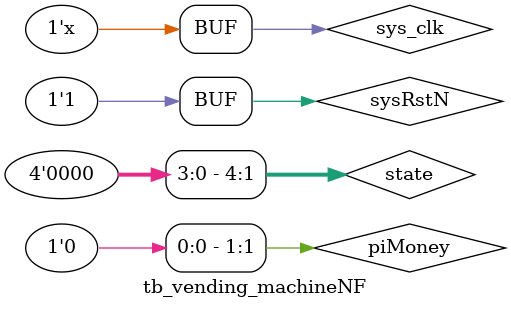
<source format=v>
`timescale  1ns/1ns
module  tb_vending_machineNF();

reg         sys_clk;
reg         sysRstN;
reg         piOne;
reg         piHalf;
reg         random_data_gen;

wire        OCola;
wire			change1;

initial begin
    sys_clk    = 1'b1;
    sysRstN <= 1'b0;
    #20
    sysRstN <= 1'b1;
end

always  #10 sys_clk = ~sys_clk;

always@(posedge sys_clk or negedge sysRstN)
    if(sysRstN == 1'b0)
        random_data_gen <= 1'b0;
    else
        random_data_gen <= {$random} % 2;

always@(posedge sys_clk or negedge sysRstN)
    if(sysRstN == 1'b0)
        piOne <= 1'b0;
    else
        piOne <= random_data_gen;

always@(posedge sys_clk or negedge sysRstN)
    if(sysRstN == 1'b0)
        piHalf <= 1'b0;
    else
        piHalf <= ~random_data_gen;


wire    [4:0]   state    = caijiageng.state;
wire    [1:0]   piMoney = caijiageng.piMoney;

vending_machineNF caijiageng(
    .sys_clk        (sys_clk ),  
    .sysRstN      (sysRstN),  
    .piOne   (piOne), 
    .piHalf  (piHalf),  
                    
    .OCola  (OCola),
	 .change1 (change1)
);  

endmodule
</source>
